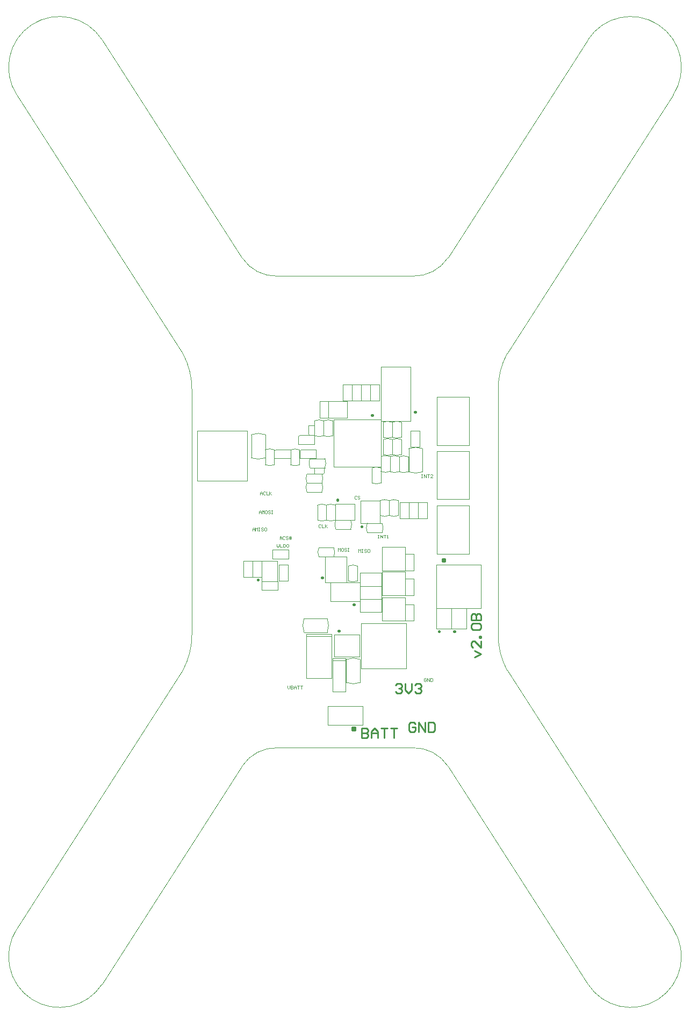
<source format=gto>
G04 Layer_Color=65535*
%FSLAX44Y44*%
%MOMM*%
G71*
G01*
G75*
%ADD40C,0.3000*%
%ADD45C,0.2540*%
%ADD46C,0.1000*%
%ADD69C,0.4000*%
D40*
X1052550Y1852250D02*
X1053716D01*
Y1851084D01*
X1052550D01*
Y1852250D01*
X975000Y1595400D02*
X973834D01*
Y1596566D01*
X975000D01*
Y1595400D01*
X1000000Y1512000D02*
Y1513166D01*
X1001166D01*
Y1512000D01*
X1000000D01*
X1037000Y1676000D02*
X1035834D01*
Y1677166D01*
X1037000D01*
Y1676000D01*
X999250Y1718000D02*
X998084D01*
Y1719166D01*
X999250D01*
Y1718000D01*
X874000Y1592000D02*
X872834D01*
Y1593166D01*
X874000D01*
Y1592000D01*
X1121350Y1856450D02*
X1120184D01*
Y1857616D01*
X1121350D01*
Y1856450D01*
X1183250Y1511000D02*
X1182084D01*
Y1512166D01*
X1183250D01*
Y1511000D01*
X1159250D02*
X1158084D01*
Y1512166D01*
X1159250D01*
Y1511000D01*
X1025100Y1554700D02*
Y1553534D01*
X1023934D01*
Y1554700D01*
X1025100D01*
D45*
X1213743Y1471400D02*
X1223900Y1476478D01*
X1213743Y1481557D01*
X1223900Y1496792D02*
Y1486635D01*
X1213743Y1496792D01*
X1211204D01*
X1208665Y1494253D01*
Y1489174D01*
X1211204Y1486635D01*
X1223900Y1501870D02*
X1221361D01*
Y1504409D01*
X1223900D01*
Y1501870D01*
X1211204Y1514566D02*
X1208665Y1517105D01*
Y1522184D01*
X1211204Y1524723D01*
X1221361D01*
X1223900Y1522184D01*
Y1517105D01*
X1221361Y1514566D01*
X1211204D01*
X1208665Y1529801D02*
X1223900D01*
Y1537419D01*
X1221361Y1539958D01*
X1218822D01*
X1216283Y1537419D01*
Y1529801D01*
Y1537419D01*
X1213743Y1539958D01*
X1211204D01*
X1208665Y1537419D01*
Y1529801D01*
X1089300Y1426996D02*
X1091839Y1429535D01*
X1096917D01*
X1099457Y1426996D01*
Y1424457D01*
X1096917Y1421918D01*
X1094378D01*
X1096917D01*
X1099457Y1419378D01*
Y1416839D01*
X1096917Y1414300D01*
X1091839D01*
X1089300Y1416839D01*
X1104535Y1429535D02*
Y1419378D01*
X1109613Y1414300D01*
X1114692Y1419378D01*
Y1429535D01*
X1119770Y1426996D02*
X1122309Y1429535D01*
X1127388D01*
X1129927Y1426996D01*
Y1424457D01*
X1127388Y1421918D01*
X1124848D01*
X1127388D01*
X1129927Y1419378D01*
Y1416839D01*
X1127388Y1414300D01*
X1122309D01*
X1119770Y1416839D01*
X1036300Y1359235D02*
Y1344000D01*
X1043917D01*
X1046457Y1346539D01*
Y1349078D01*
X1043917Y1351617D01*
X1036300D01*
X1043917D01*
X1046457Y1354157D01*
Y1356696D01*
X1043917Y1359235D01*
X1036300D01*
X1051535Y1344000D02*
Y1354157D01*
X1056613Y1359235D01*
X1061692Y1354157D01*
Y1344000D01*
Y1351617D01*
X1051535D01*
X1066770Y1359235D02*
X1076927D01*
X1071849D01*
Y1344000D01*
X1082005Y1359235D02*
X1092162D01*
X1087084D01*
Y1344000D01*
X1121057Y1366396D02*
X1118518Y1368935D01*
X1113439D01*
X1110900Y1366396D01*
Y1356239D01*
X1113439Y1353700D01*
X1118518D01*
X1121057Y1356239D01*
Y1361317D01*
X1115978D01*
X1126135Y1353700D02*
Y1368935D01*
X1136292Y1353700D01*
Y1368935D01*
X1141370D02*
Y1353700D01*
X1148988D01*
X1151527Y1356239D01*
Y1366396D01*
X1148988Y1368935D01*
X1141370D01*
D46*
X1015300Y1591450D02*
G03*
X1029550Y1591450I7125J16166D01*
G01*
Y1614950D02*
G03*
X1015300Y1614950I-7125J-16166D01*
G01*
X992250Y1629700D02*
G03*
X992250Y1643950I-16166J7125D01*
G01*
X968750D02*
G03*
X968750Y1629700I16166J-7125D01*
G01*
X945500Y1532500D02*
G03*
X945500Y1510500I29250J-11000D01*
G01*
X982000D02*
G03*
X982000Y1532500I-29250J11000D01*
G01*
X1034000Y1468000D02*
G03*
X1012000Y1468000I-11000J-29250D01*
G01*
Y1431500D02*
G03*
X1034000Y1431500I11000J29250D01*
G01*
X1065250Y1694500D02*
G03*
X1079500Y1694500I7125J16166D01*
G01*
Y1718000D02*
G03*
X1065250Y1718000I-7125J-16166D01*
G01*
X1079750Y1694500D02*
G03*
X1094000Y1694500I7125J16166D01*
G01*
Y1718000D02*
G03*
X1079750Y1718000I-7125J-16166D01*
G01*
X1045050Y1682250D02*
G03*
X1045050Y1668000I16166J-7125D01*
G01*
X1068550D02*
G03*
X1068550Y1682250I-16166J7125D01*
G01*
X994750Y1710750D02*
G03*
X980500Y1710750I-7125J-16166D01*
G01*
Y1687250D02*
G03*
X994750Y1687250I7125J16166D01*
G01*
X980750Y1710750D02*
G03*
X966500Y1710750I-7125J-16166D01*
G01*
Y1687250D02*
G03*
X980750Y1687250I7125J16166D01*
G01*
X1019000Y1673000D02*
G03*
X1019000Y1687250I-16166J7125D01*
G01*
X995500D02*
G03*
X995500Y1673000I16166J-7125D01*
G01*
X862300Y1785200D02*
G03*
X884300Y1785200I11000J29250D01*
G01*
Y1821700D02*
G03*
X862300Y1821700I-11000J-29250D01*
G01*
X924150Y1774250D02*
G03*
X938400Y1774250I7125J16166D01*
G01*
Y1797750D02*
G03*
X924150Y1797750I-7125J-16166D01*
G01*
X898550Y1797850D02*
G03*
X884300Y1797850I-7125J-16166D01*
G01*
Y1774350D02*
G03*
X898550Y1774350I7125J16166D01*
G01*
X1069950Y1817750D02*
G03*
X1084200Y1817750I7125J16166D01*
G01*
Y1841250D02*
G03*
X1069950Y1841250I-7125J-16166D01*
G01*
X1084450Y1817750D02*
G03*
X1098700Y1817750I7125J16166D01*
G01*
Y1841250D02*
G03*
X1084450Y1841250I-7125J-16166D01*
G01*
X1084450Y1814050D02*
G03*
X1070200Y1814050I-7125J-16166D01*
G01*
Y1790550D02*
G03*
X1084450Y1790550I7125J16166D01*
G01*
X1098650Y1814050D02*
G03*
X1084400Y1814050I-7125J-16166D01*
G01*
Y1790550D02*
G03*
X1098650Y1790550I7125J16166D01*
G01*
X1109650Y1786850D02*
G03*
X1095400Y1786850I-7125J-16166D01*
G01*
Y1763350D02*
G03*
X1109650Y1763350I7125J16166D01*
G01*
X1132300Y1799700D02*
G03*
X1110300Y1799700I-11000J-29250D01*
G01*
Y1763200D02*
G03*
X1132300Y1763200I11000J29250D01*
G01*
X1095250Y1787050D02*
G03*
X1081000Y1787050I-7125J-16166D01*
G01*
Y1763550D02*
G03*
X1095250Y1763550I7125J16166D01*
G01*
X1080850Y1787350D02*
G03*
X1066600Y1787350I-7125J-16166D01*
G01*
Y1763850D02*
G03*
X1080850Y1763850I7125J16166D01*
G01*
X950000Y1760000D02*
G03*
X950000Y1745750I16166J-7125D01*
G01*
X973500D02*
G03*
X973500Y1760000I-16166J7125D01*
G01*
X950000Y1745750D02*
G03*
X950000Y1731500I16166J-7125D01*
G01*
X973500D02*
G03*
X973500Y1745750I-16166J7125D01*
G01*
X954750Y1784000D02*
G03*
X954750Y1769750I16166J-7125D01*
G01*
X978250D02*
G03*
X978250Y1784000I-16166J7125D01*
G01*
X976350Y1843550D02*
G03*
X962100Y1843550I-7125J-16166D01*
G01*
Y1820050D02*
G03*
X976350Y1820050I7125J16166D01*
G01*
X990600Y1843550D02*
G03*
X976350Y1843550I-7125J-16166D01*
G01*
Y1820050D02*
G03*
X990600Y1820050I7125J16166D01*
G01*
X1052350Y1745750D02*
G03*
X1066600Y1745750I7125J16166D01*
G01*
Y1769250D02*
G03*
X1052350Y1769250I-7125J-16166D01*
G01*
X992050Y1845250D02*
X1066550D01*
X992050Y1770750D02*
X1066550D01*
X992050D02*
Y1845250D01*
X1066550Y1770750D02*
Y1845250D01*
X1155000Y1805250D02*
Y1880750D01*
Y1805250D02*
X1205500D01*
Y1861500D01*
X1155000Y1880750D02*
X1205500D01*
Y1861500D02*
Y1880750D01*
X1029550Y1591450D02*
Y1614950D01*
X1015300Y1591450D02*
Y1614950D01*
X968750Y1643950D02*
X992250D01*
X968750Y1629700D02*
X992250D01*
X1012900Y1589300D02*
Y1629300D01*
X978900D02*
X1012900D01*
X978900Y1589300D02*
X1012900D01*
X978900D02*
Y1629300D01*
X1035300Y1874900D02*
Y1900400D01*
X1021050Y1874900D02*
Y1900400D01*
X1035300D01*
X1021050Y1874900D02*
X1035300D01*
X1049550D02*
Y1900400D01*
X1035300Y1874900D02*
Y1900400D01*
X1049550D01*
X1035300Y1874900D02*
X1049550D01*
X1021050D02*
Y1900400D01*
X1006800Y1874900D02*
Y1900400D01*
X1021050D01*
X1006800Y1874900D02*
X1021050D01*
X1063800D02*
Y1900400D01*
X1049550Y1874900D02*
Y1900400D01*
X1063800D01*
X1049550Y1874900D02*
X1063800D01*
X963950Y1784250D02*
Y1798500D01*
X938450Y1784250D02*
X963950D01*
X938450D02*
Y1796398D01*
X940552Y1798500D01*
X963950D01*
X1113400Y1802450D02*
Y1827950D01*
X1127650Y1802450D02*
Y1827950D01*
X1113400Y1802450D02*
X1127650D01*
X1113400Y1827950D02*
X1127650D01*
X1037750Y1364750D02*
Y1394500D01*
X983000D02*
X1037750D01*
X983000Y1364750D02*
X1037750D01*
X983000D02*
Y1394500D01*
X1155000Y1720250D02*
Y1795750D01*
Y1720250D02*
X1205500D01*
Y1776500D01*
X1155000Y1795750D02*
X1205500D01*
Y1776500D02*
Y1795750D01*
X945500Y1532500D02*
X982000D01*
X945500Y1510500D02*
X982000D01*
X1034000Y1431500D02*
Y1468000D01*
X1012000Y1431500D02*
Y1468000D01*
X1079500Y1694500D02*
Y1718000D01*
X1065250Y1694500D02*
Y1718000D01*
X1094000Y1694500D02*
Y1718000D01*
X1079750Y1694500D02*
Y1718000D01*
X1045050Y1668000D02*
X1068550D01*
X1045050Y1682250D02*
X1068550D01*
X980500Y1687250D02*
Y1710750D01*
X994750Y1687250D02*
Y1710750D01*
X966500Y1687250D02*
Y1710750D01*
X980750Y1687250D02*
Y1710750D01*
X995500Y1687250D02*
X1019000D01*
X995500Y1673000D02*
X1019000D01*
X862300Y1785200D02*
Y1821700D01*
X884300Y1785200D02*
Y1821700D01*
X938400Y1774250D02*
Y1797750D01*
X924150Y1774250D02*
Y1797750D01*
X884300Y1774350D02*
Y1797850D01*
X898550Y1774350D02*
Y1797850D01*
X1084200Y1817750D02*
Y1841250D01*
X1069950Y1817750D02*
Y1841250D01*
X1098700Y1817750D02*
Y1841250D01*
X1084450Y1817750D02*
Y1841250D01*
X1070200Y1790550D02*
Y1814050D01*
X1084450Y1790550D02*
Y1814050D01*
X1084400Y1790550D02*
Y1814050D01*
X1098650Y1790550D02*
Y1814050D01*
X1095400Y1763350D02*
Y1786850D01*
X1109650Y1763350D02*
Y1786850D01*
X1132300Y1763200D02*
Y1799700D01*
X1110300Y1763200D02*
Y1799700D01*
X1081000Y1763550D02*
Y1787050D01*
X1095250Y1763550D02*
Y1787050D01*
X1066600Y1763850D02*
Y1787350D01*
X1080850Y1763850D02*
Y1787350D01*
X950000Y1745750D02*
X973500D01*
X950000Y1760000D02*
X973500D01*
X950000Y1731500D02*
X973500D01*
X950000Y1745750D02*
X973500D01*
X954750Y1769750D02*
X978250D01*
X954750Y1784000D02*
X978250D01*
X962100Y1820050D02*
Y1843550D01*
X976350Y1820050D02*
Y1843550D01*
X976350Y1820050D02*
Y1843550D01*
X990600Y1820050D02*
Y1843550D01*
X990248Y1416750D02*
X1010748D01*
X990248D02*
Y1466250D01*
X1010748Y1416750D02*
Y1466250D01*
X990248D02*
X1010748D01*
X990250Y1469250D02*
X1010750D01*
X990248Y1466250D02*
Y1469248D01*
X1010748Y1466250D02*
Y1469248D01*
X949000Y1504500D02*
Y1508000D01*
X989000D01*
Y1504500D02*
Y1508000D01*
X949000Y1504500D02*
X989000D01*
Y1438500D02*
Y1504500D01*
X949000Y1438500D02*
Y1504500D01*
Y1438500D02*
X989000D01*
X1153500Y1548249D02*
Y1617249D01*
Y1548249D02*
X1224000D01*
Y1617249D01*
X1153500D02*
X1224000D01*
X1106500Y1453500D02*
Y1524500D01*
X1035500D02*
X1106500D01*
X1035500Y1453500D02*
Y1524250D01*
Y1453500D02*
X1106500D01*
X938652Y1821100D02*
X962050D01*
X936550Y1818998D02*
X938652Y1821100D01*
X936550Y1806850D02*
Y1818998D01*
Y1806850D02*
X962050D01*
Y1821100D01*
X900652Y1798500D02*
X924050D01*
X898550Y1796398D02*
X900652Y1798500D01*
X898550Y1784250D02*
Y1796398D01*
Y1784250D02*
X924050D01*
Y1798500D01*
X971625Y1760000D02*
X975250D01*
X976625Y1761375D01*
Y1769500D01*
X970625D02*
X976625D01*
X961875Y1760000D02*
X971625D01*
X961875D02*
Y1769500D01*
X970625D01*
X952600Y1822550D02*
Y1826175D01*
Y1822550D02*
X953975Y1821175D01*
X962100D01*
Y1827175D01*
X952600Y1826175D02*
Y1835925D01*
X962100D01*
Y1827175D02*
Y1835925D01*
X1033350Y1583450D02*
X1067850D01*
X1033350Y1562950D02*
Y1583450D01*
Y1562950D02*
X1067850D01*
Y1583450D01*
X1033350Y1603950D02*
X1067850D01*
X1033350Y1583450D02*
Y1603950D01*
Y1583450D02*
X1067850D01*
Y1603950D01*
X1033350Y1562950D02*
X1067850D01*
X1033350Y1542450D02*
Y1562950D01*
Y1542450D02*
X1067850D01*
Y1562950D01*
X1110750Y1715250D02*
X1125000D01*
X1110750Y1689750D02*
X1125000D01*
Y1715250D01*
X1110750Y1689750D02*
Y1715250D01*
X1096500D02*
X1110750D01*
X1096500Y1689750D02*
X1110750D01*
Y1715250D01*
X1096500Y1689750D02*
Y1715250D01*
X1125000D02*
X1139250D01*
X1125000Y1689750D02*
X1139250D01*
Y1715250D01*
X1125000Y1689750D02*
Y1715250D01*
X1104500Y1594550D02*
X1118750D01*
X1104500Y1569050D02*
X1118750D01*
Y1594550D01*
X1104500Y1569050D02*
Y1594550D01*
Y1633550D02*
X1118750D01*
X1104500Y1608050D02*
X1118750D01*
Y1633550D01*
X1104500Y1608050D02*
Y1633550D01*
Y1554550D02*
X1118750D01*
X1104500Y1529050D02*
X1118750D01*
Y1554550D01*
X1104500Y1529050D02*
Y1554550D01*
X906000Y1616750D02*
X920250D01*
X906000Y1591250D02*
X920250D01*
Y1616750D01*
X906000Y1591250D02*
Y1616750D01*
X850250Y1623000D02*
X864500D01*
X850250Y1597500D02*
X864500D01*
Y1623000D01*
X850250Y1597500D02*
Y1623000D01*
X895250Y1626000D02*
Y1640250D01*
X920750Y1626000D02*
Y1640250D01*
X895250D02*
X920750D01*
X895250Y1626000D02*
X920750D01*
X904500Y1576750D02*
Y1591000D01*
X879000Y1576750D02*
Y1591000D01*
Y1576750D02*
X904500D01*
X879000Y1591000D02*
X904500D01*
X969800Y1848500D02*
X984050D01*
X969800Y1874000D02*
X984050D01*
X969800Y1848500D02*
Y1874000D01*
X984050Y1848500D02*
Y1874000D01*
X993000Y1506500D02*
X1033000D01*
X993000Y1472500D02*
Y1506500D01*
X1033000Y1472500D02*
Y1506500D01*
X993000Y1472500D02*
X1033000D01*
X1034750Y1717750D02*
X1065250D01*
Y1682250D02*
Y1717750D01*
X1034750Y1682250D02*
Y1717750D01*
Y1682250D02*
X1065250D01*
X994750Y1687250D02*
Y1694750D01*
Y1687250D02*
X1025250D01*
X994750Y1694750D02*
Y1712750D01*
X1025250Y1687250D02*
Y1712750D01*
X994750D02*
X1025250D01*
X1104500Y1569050D02*
Y1605550D01*
X1068000D02*
X1104500D01*
X1068000Y1569050D02*
X1104500D01*
X1068000D02*
Y1605550D01*
X1104500Y1608050D02*
Y1644550D01*
X1068000D02*
X1104500D01*
X1068000Y1608050D02*
X1104500D01*
X1068000D02*
Y1644550D01*
X1104500Y1529050D02*
Y1565550D01*
X1068000D02*
X1104500D01*
X1068000Y1529050D02*
X1104500D01*
X1068000D02*
Y1565550D01*
X879000Y1591000D02*
Y1623000D01*
X903000D01*
Y1591000D02*
Y1623000D01*
X879000Y1591000D02*
X903000D01*
X1113350Y1842950D02*
Y1928450D01*
X1066850D02*
X1113350D01*
X1066850Y1842950D02*
X1113350D01*
X1066850D02*
Y1928450D01*
X1013550Y1848450D02*
Y1873700D01*
X993300Y1873950D02*
X1013550D01*
X1009800Y1848450D02*
X1013550D01*
X984050Y1873950D02*
X993300D01*
X984050Y1848450D02*
X1009800D01*
X984050D02*
Y1873950D01*
X864500Y1597500D02*
X878750D01*
X864500Y1623000D02*
X878750D01*
X864500Y1597500D02*
Y1623000D01*
X878750Y1597500D02*
Y1623000D01*
X1155000Y1634250D02*
Y1709750D01*
Y1634250D02*
X1205500D01*
Y1690500D01*
X1155000Y1709750D02*
X1205500D01*
Y1690500D02*
Y1709750D01*
X1177500Y1516250D02*
Y1548250D01*
X1201500D01*
Y1516250D02*
Y1548250D01*
X1177500Y1516250D02*
X1201500D01*
X1153500D02*
Y1548250D01*
X1177500D01*
Y1516250D02*
Y1548250D01*
X1153500Y1516250D02*
X1177500D01*
X986850Y1559200D02*
X1033350D01*
Y1589200D01*
X986850D02*
X1033100D01*
X986850Y1559450D02*
Y1589200D01*
X855500Y1749000D02*
Y1827500D01*
X777000D02*
X855500D01*
X777000Y1749000D02*
X855500D01*
X777000D02*
Y1827500D01*
X1066600Y1745750D02*
Y1769250D01*
X1052350Y1745750D02*
Y1769250D01*
X1137632Y1437765D02*
X1136799Y1438598D01*
X1135133D01*
X1134300Y1437765D01*
Y1434433D01*
X1135133Y1433600D01*
X1136799D01*
X1137632Y1434433D01*
Y1436099D01*
X1135966D01*
X1139298Y1433600D02*
Y1438598D01*
X1142631Y1433600D01*
Y1438598D01*
X1144297D02*
Y1433600D01*
X1146796D01*
X1147629Y1434433D01*
Y1437765D01*
X1146796Y1438598D01*
X1144297D01*
X919500Y1426198D02*
Y1422866D01*
X921166Y1421200D01*
X922832Y1422866D01*
Y1426198D01*
X924498D02*
Y1421200D01*
X926998D01*
X927831Y1422033D01*
Y1422866D01*
X926998Y1423699D01*
X924498D01*
X926998D01*
X927831Y1424532D01*
Y1425365D01*
X926998Y1426198D01*
X924498D01*
X929497Y1421200D02*
Y1424532D01*
X931163Y1426198D01*
X932829Y1424532D01*
Y1421200D01*
Y1423699D01*
X929497D01*
X934495Y1426198D02*
X937827D01*
X936161D01*
Y1421200D01*
X939493Y1426198D02*
X942826D01*
X941160D01*
Y1421200D01*
X1130600Y1759298D02*
X1132266D01*
X1131433D01*
Y1754300D01*
X1130600D01*
X1132266D01*
X1134765D02*
Y1759298D01*
X1138098Y1754300D01*
Y1759298D01*
X1139764D02*
X1143096D01*
X1141430D01*
Y1754300D01*
X1148094D02*
X1144762D01*
X1148094Y1757632D01*
Y1758465D01*
X1147261Y1759298D01*
X1145595D01*
X1144762Y1758465D01*
X1061900Y1663898D02*
X1063566D01*
X1062733D01*
Y1658900D01*
X1061900D01*
X1063566D01*
X1066065D02*
Y1663898D01*
X1069398Y1658900D01*
Y1663898D01*
X1071064D02*
X1074396D01*
X1072730D01*
Y1658900D01*
X1076062D02*
X1077728D01*
X1076895D01*
Y1663898D01*
X1076062Y1663065D01*
X1028232Y1724265D02*
X1027399Y1725098D01*
X1025733D01*
X1024900Y1724265D01*
Y1720933D01*
X1025733Y1720100D01*
X1027399D01*
X1028232Y1720933D01*
X1033231Y1724265D02*
X1032398Y1725098D01*
X1030731D01*
X1029898Y1724265D01*
Y1723432D01*
X1030731Y1722599D01*
X1032398D01*
X1033231Y1721766D01*
Y1720933D01*
X1032398Y1720100D01*
X1030731D01*
X1029898Y1720933D01*
X1031000Y1636300D02*
Y1641298D01*
X1032666Y1639632D01*
X1034332Y1641298D01*
Y1636300D01*
X1035998Y1641298D02*
X1037664D01*
X1036831D01*
Y1636300D01*
X1035998D01*
X1037664D01*
X1043496Y1640465D02*
X1042663Y1641298D01*
X1040997D01*
X1040164Y1640465D01*
Y1639632D01*
X1040997Y1638799D01*
X1042663D01*
X1043496Y1637966D01*
Y1637133D01*
X1042663Y1636300D01*
X1040997D01*
X1040164Y1637133D01*
X1047661Y1641298D02*
X1045995D01*
X1045162Y1640465D01*
Y1637133D01*
X1045995Y1636300D01*
X1047661D01*
X1048494Y1637133D01*
Y1640465D01*
X1047661Y1641298D01*
X999100Y1638200D02*
Y1643198D01*
X1000766Y1641532D01*
X1002432Y1643198D01*
Y1638200D01*
X1006598Y1643198D02*
X1004931D01*
X1004098Y1642365D01*
Y1639033D01*
X1004931Y1638200D01*
X1006598D01*
X1007431Y1639033D01*
Y1642365D01*
X1006598Y1643198D01*
X1012429Y1642365D02*
X1011596Y1643198D01*
X1009930D01*
X1009097Y1642365D01*
Y1641532D01*
X1009930Y1640699D01*
X1011596D01*
X1012429Y1639866D01*
Y1639033D01*
X1011596Y1638200D01*
X1009930D01*
X1009097Y1639033D01*
X1014095Y1643198D02*
X1015761D01*
X1014928D01*
Y1638200D01*
X1014095D01*
X1015761D01*
X972032Y1679465D02*
X971199Y1680298D01*
X969533D01*
X968700Y1679465D01*
Y1676133D01*
X969533Y1675300D01*
X971199D01*
X972032Y1676133D01*
X973698Y1680298D02*
Y1675300D01*
X977031D01*
X978697Y1680298D02*
Y1675300D01*
Y1676966D01*
X982029Y1680298D01*
X979530Y1677799D01*
X982029Y1675300D01*
X907100Y1656500D02*
Y1659832D01*
X908766Y1661498D01*
X910432Y1659832D01*
Y1656500D01*
Y1658999D01*
X907100D01*
X915431Y1660665D02*
X914597Y1661498D01*
X912931D01*
X912098Y1660665D01*
Y1657333D01*
X912931Y1656500D01*
X914597D01*
X915431Y1657333D01*
X920429Y1660665D02*
X919596Y1661498D01*
X917930D01*
X917097Y1660665D01*
Y1659832D01*
X917930Y1658999D01*
X919596D01*
X920429Y1658166D01*
Y1657333D01*
X919596Y1656500D01*
X917930D01*
X917097Y1657333D01*
X922928Y1656500D02*
Y1661498D01*
X924594D02*
Y1656500D01*
X922095Y1659832D02*
X924594D01*
X925427D01*
X922095Y1658166D02*
X925427D01*
X864000Y1670600D02*
Y1673932D01*
X865666Y1675598D01*
X867332Y1673932D01*
Y1670600D01*
Y1673099D01*
X864000D01*
X868998Y1670600D02*
Y1675598D01*
X870665Y1673932D01*
X872331Y1675598D01*
Y1670600D01*
X873997Y1675598D02*
X875663D01*
X874830D01*
Y1670600D01*
X873997D01*
X875663D01*
X881494Y1674765D02*
X880661Y1675598D01*
X878995D01*
X878162Y1674765D01*
Y1673932D01*
X878995Y1673099D01*
X880661D01*
X881494Y1672266D01*
Y1671433D01*
X880661Y1670600D01*
X878995D01*
X878162Y1671433D01*
X885660Y1675598D02*
X883994D01*
X883160Y1674765D01*
Y1671433D01*
X883994Y1670600D01*
X885660D01*
X886493Y1671433D01*
Y1674765D01*
X885660Y1675598D01*
X874200Y1697600D02*
Y1700932D01*
X875866Y1702598D01*
X877532Y1700932D01*
Y1697600D01*
Y1700099D01*
X874200D01*
X879198Y1697600D02*
Y1702598D01*
X880864Y1700932D01*
X882531Y1702598D01*
Y1697600D01*
X886696Y1702598D02*
X885030D01*
X884197Y1701765D01*
Y1698433D01*
X885030Y1697600D01*
X886696D01*
X887529Y1698433D01*
Y1701765D01*
X886696Y1702598D01*
X892527Y1701765D02*
X891694Y1702598D01*
X890028D01*
X889195Y1701765D01*
Y1700932D01*
X890028Y1700099D01*
X891694D01*
X892527Y1699266D01*
Y1698433D01*
X891694Y1697600D01*
X890028D01*
X889195Y1698433D01*
X894193Y1702598D02*
X895860D01*
X895026D01*
Y1697600D01*
X894193D01*
X895860D01*
X876000Y1726800D02*
Y1730132D01*
X877666Y1731798D01*
X879332Y1730132D01*
Y1726800D01*
Y1729299D01*
X876000D01*
X884331Y1730965D02*
X883497Y1731798D01*
X881831D01*
X880998Y1730965D01*
Y1727633D01*
X881831Y1726800D01*
X883497D01*
X884331Y1727633D01*
X885997Y1731798D02*
Y1726800D01*
X889329D01*
X890995Y1731798D02*
Y1726800D01*
Y1728466D01*
X894327Y1731798D01*
X891828Y1729299D01*
X894327Y1726800D01*
X902800Y1649498D02*
Y1646166D01*
X904466Y1644500D01*
X906132Y1646166D01*
Y1649498D01*
X907798D02*
Y1644500D01*
X911131D01*
X912797Y1649498D02*
Y1644500D01*
X915296D01*
X916129Y1645333D01*
Y1648665D01*
X915296Y1649498D01*
X912797D01*
X920294D02*
X918628D01*
X917795Y1648665D01*
Y1645333D01*
X918628Y1644500D01*
X920294D01*
X921127Y1645333D01*
Y1648665D01*
X920294Y1649498D01*
X627198Y2443409D02*
G03*
X492801Y2356591I-67198J-43409D01*
G01*
X847800Y2100300D02*
G03*
X903521Y2071281I53619J34952D01*
G01*
X768700Y1893300D02*
G03*
X754598Y1949357I-118419J12D01*
G01*
X1265402D02*
G03*
X1251300Y1893300I104316J-56045D01*
G01*
X1116479Y2071281D02*
G03*
X1172200Y2100300I2102J63971D01*
G01*
X1527199Y2356591D02*
G03*
X1392802Y2443409I-67199J43409D01*
G01*
X754598Y1450644D02*
G03*
X768700Y1506700I-104316J56045D01*
G01*
X903521Y1328719D02*
G03*
X847800Y1299700I-2102J-63971D01*
G01*
X492801Y1043409D02*
G03*
X627198Y956591I67199J-43409D01*
G01*
X1251300Y1506700D02*
G03*
X1265402Y1450644I118419J-12D01*
G01*
X1172200Y1299700D02*
G03*
X1116479Y1328719I-53619J-34952D01*
G01*
X1392802Y956591D02*
G03*
X1527199Y1043409I67198J43409D01*
G01*
X627294Y2443260D02*
X847778Y2100286D01*
X492801Y2356591D02*
X754596Y1949355D01*
X1265404D02*
X1527199Y2356591D01*
X1172222Y2100286D02*
X1392706Y2443260D01*
X492801Y1043409D02*
X754596Y1450645D01*
X627294Y956740D02*
X847778Y1299714D01*
X1265404Y1450645D02*
X1527199Y1043409D01*
X1172222Y1299714D02*
X1392706Y956740D01*
X903521Y1328719D02*
X1116479D01*
X768700Y1506700D02*
Y1893300D01*
X903521Y2071281D02*
X1116479D01*
X1251300Y1506700D02*
Y1893300D01*
D69*
X1021700Y1357300D02*
Y1360632D01*
X1025032D01*
Y1357300D01*
X1021700D01*
X1163750Y1625750D02*
X1166249D01*
Y1623251D01*
X1163750D01*
Y1625750D01*
M02*

</source>
